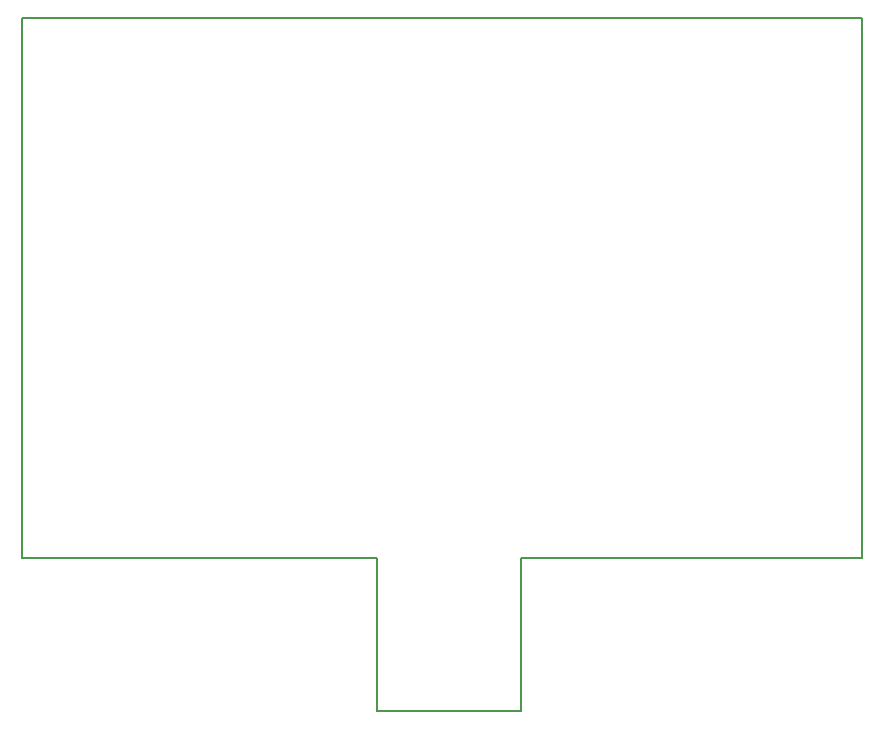
<source format=gbr>
G04 #@! TF.FileFunction,Profile,NP*
%FSLAX46Y46*%
G04 Gerber Fmt 4.6, Leading zero omitted, Abs format (unit mm)*
G04 Created by KiCad (PCBNEW 4.0.2+dfsg1-stable) date 2016年08月02日 19時37分39秒*
%MOMM*%
G01*
G04 APERTURE LIST*
%ADD10C,0.100000*%
%ADD11C,0.150000*%
G04 APERTURE END LIST*
D10*
D11*
X167259000Y-139700000D02*
X167132000Y-139700000D01*
X167259000Y-152654000D02*
X167259000Y-139700000D01*
X179451000Y-152654000D02*
X167259000Y-152654000D01*
X179514500Y-139700000D02*
X179578000Y-139700000D01*
X179451000Y-139700000D02*
X179514500Y-139700000D01*
X179578000Y-139700000D02*
X180340000Y-139700000D01*
X179451000Y-152654000D02*
X179451000Y-139700000D01*
X165100000Y-139700000D02*
X167132000Y-139700000D01*
X137160000Y-139700000D02*
X165100000Y-139700000D01*
X137160000Y-93980000D02*
X137160000Y-139700000D01*
X208280000Y-93980000D02*
X137160000Y-93980000D01*
X208280000Y-96520000D02*
X208280000Y-93980000D01*
X208280000Y-99060000D02*
X208280000Y-96520000D01*
X208280000Y-139700000D02*
X208280000Y-99060000D01*
X180340000Y-139700000D02*
X208280000Y-139700000D01*
M02*

</source>
